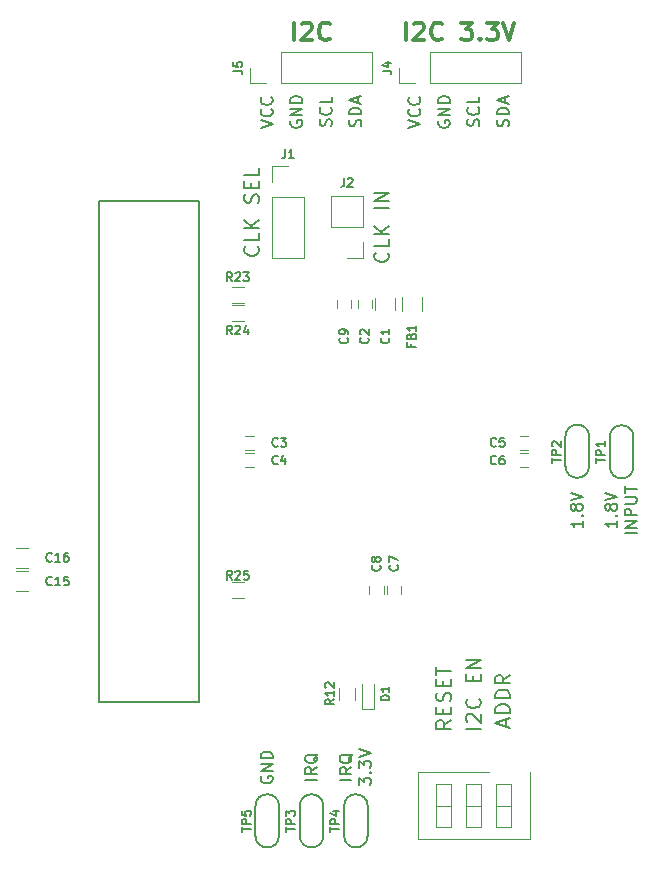
<source format=gto>
G04 #@! TF.FileFunction,Legend,Top*
%FSLAX46Y46*%
G04 Gerber Fmt 4.6, Leading zero omitted, Abs format (unit mm)*
G04 Created by KiCad (PCBNEW 4.0.7) date 09/10/18 12:16:13*
%MOMM*%
%LPD*%
G01*
G04 APERTURE LIST*
%ADD10C,0.100000*%
%ADD11C,0.200000*%
%ADD12C,0.150000*%
%ADD13C,0.300000*%
%ADD14C,0.127000*%
%ADD15C,0.120000*%
G04 APERTURE END LIST*
D10*
D11*
X95208333Y-95761905D02*
X95208333Y-95166667D01*
X95565476Y-95880952D02*
X94315476Y-95464286D01*
X95565476Y-95047619D01*
X95565476Y-94630952D02*
X94315476Y-94630952D01*
X94315476Y-94333333D01*
X94375000Y-94154761D01*
X94494048Y-94035714D01*
X94613095Y-93976190D01*
X94851190Y-93916666D01*
X95029762Y-93916666D01*
X95267857Y-93976190D01*
X95386905Y-94035714D01*
X95505952Y-94154761D01*
X95565476Y-94333333D01*
X95565476Y-94630952D01*
X95565476Y-93380952D02*
X94315476Y-93380952D01*
X94315476Y-93083333D01*
X94375000Y-92904761D01*
X94494048Y-92785714D01*
X94613095Y-92726190D01*
X94851190Y-92666666D01*
X95029762Y-92666666D01*
X95267857Y-92726190D01*
X95386905Y-92785714D01*
X95505952Y-92904761D01*
X95565476Y-93083333D01*
X95565476Y-93380952D01*
X95565476Y-91416666D02*
X94970238Y-91833333D01*
X95565476Y-92130952D02*
X94315476Y-92130952D01*
X94315476Y-91654761D01*
X94375000Y-91535714D01*
X94434524Y-91476190D01*
X94553571Y-91416666D01*
X94732143Y-91416666D01*
X94851190Y-91476190D01*
X94910714Y-91535714D01*
X94970238Y-91654761D01*
X94970238Y-92130952D01*
X93065476Y-95952381D02*
X91815476Y-95952381D01*
X91934524Y-95416667D02*
X91875000Y-95357143D01*
X91815476Y-95238095D01*
X91815476Y-94940476D01*
X91875000Y-94821429D01*
X91934524Y-94761905D01*
X92053571Y-94702381D01*
X92172619Y-94702381D01*
X92351190Y-94761905D01*
X93065476Y-95476191D01*
X93065476Y-94702381D01*
X92946429Y-93452381D02*
X93005952Y-93511905D01*
X93065476Y-93690476D01*
X93065476Y-93809524D01*
X93005952Y-93988096D01*
X92886905Y-94107143D01*
X92767857Y-94166667D01*
X92529762Y-94226191D01*
X92351190Y-94226191D01*
X92113095Y-94166667D01*
X91994048Y-94107143D01*
X91875000Y-93988096D01*
X91815476Y-93809524D01*
X91815476Y-93690476D01*
X91875000Y-93511905D01*
X91934524Y-93452381D01*
X92410714Y-91964286D02*
X92410714Y-91547619D01*
X93065476Y-91369048D02*
X93065476Y-91964286D01*
X91815476Y-91964286D01*
X91815476Y-91369048D01*
X93065476Y-90833334D02*
X91815476Y-90833334D01*
X93065476Y-90119048D01*
X91815476Y-90119048D01*
X90565476Y-95238095D02*
X89970238Y-95654762D01*
X90565476Y-95952381D02*
X89315476Y-95952381D01*
X89315476Y-95476190D01*
X89375000Y-95357143D01*
X89434524Y-95297619D01*
X89553571Y-95238095D01*
X89732143Y-95238095D01*
X89851190Y-95297619D01*
X89910714Y-95357143D01*
X89970238Y-95476190D01*
X89970238Y-95952381D01*
X89910714Y-94702381D02*
X89910714Y-94285714D01*
X90565476Y-94107143D02*
X90565476Y-94702381D01*
X89315476Y-94702381D01*
X89315476Y-94107143D01*
X90505952Y-93630953D02*
X90565476Y-93452381D01*
X90565476Y-93154762D01*
X90505952Y-93035715D01*
X90446429Y-92976191D01*
X90327381Y-92916667D01*
X90208333Y-92916667D01*
X90089286Y-92976191D01*
X90029762Y-93035715D01*
X89970238Y-93154762D01*
X89910714Y-93392858D01*
X89851190Y-93511905D01*
X89791667Y-93571429D01*
X89672619Y-93630953D01*
X89553571Y-93630953D01*
X89434524Y-93571429D01*
X89375000Y-93511905D01*
X89315476Y-93392858D01*
X89315476Y-93095238D01*
X89375000Y-92916667D01*
X89910714Y-92380953D02*
X89910714Y-91964286D01*
X90565476Y-91785715D02*
X90565476Y-92380953D01*
X89315476Y-92380953D01*
X89315476Y-91785715D01*
X89315476Y-91428572D02*
X89315476Y-90714287D01*
X90565476Y-91071430D02*
X89315476Y-91071430D01*
X85196429Y-55672619D02*
X85255952Y-55732143D01*
X85315476Y-55910714D01*
X85315476Y-56029762D01*
X85255952Y-56208334D01*
X85136905Y-56327381D01*
X85017857Y-56386905D01*
X84779762Y-56446429D01*
X84601190Y-56446429D01*
X84363095Y-56386905D01*
X84244048Y-56327381D01*
X84125000Y-56208334D01*
X84065476Y-56029762D01*
X84065476Y-55910714D01*
X84125000Y-55732143D01*
X84184524Y-55672619D01*
X85315476Y-54541667D02*
X85315476Y-55136905D01*
X84065476Y-55136905D01*
X85315476Y-54125000D02*
X84065476Y-54125000D01*
X85315476Y-53410714D02*
X84601190Y-53946429D01*
X84065476Y-53410714D02*
X84779762Y-54125000D01*
X85315476Y-51922619D02*
X84065476Y-51922619D01*
X85315476Y-51327381D02*
X84065476Y-51327381D01*
X85315476Y-50613095D01*
X84065476Y-50613095D01*
X74196429Y-55136904D02*
X74255952Y-55196428D01*
X74315476Y-55374999D01*
X74315476Y-55494047D01*
X74255952Y-55672619D01*
X74136905Y-55791666D01*
X74017857Y-55851190D01*
X73779762Y-55910714D01*
X73601190Y-55910714D01*
X73363095Y-55851190D01*
X73244048Y-55791666D01*
X73125000Y-55672619D01*
X73065476Y-55494047D01*
X73065476Y-55374999D01*
X73125000Y-55196428D01*
X73184524Y-55136904D01*
X74315476Y-54005952D02*
X74315476Y-54601190D01*
X73065476Y-54601190D01*
X74315476Y-53589285D02*
X73065476Y-53589285D01*
X74315476Y-52874999D02*
X73601190Y-53410714D01*
X73065476Y-52874999D02*
X73779762Y-53589285D01*
X74255952Y-51446428D02*
X74315476Y-51267856D01*
X74315476Y-50970237D01*
X74255952Y-50851190D01*
X74196429Y-50791666D01*
X74077381Y-50732142D01*
X73958333Y-50732142D01*
X73839286Y-50791666D01*
X73779762Y-50851190D01*
X73720238Y-50970237D01*
X73660714Y-51208333D01*
X73601190Y-51327380D01*
X73541667Y-51386904D01*
X73422619Y-51446428D01*
X73303571Y-51446428D01*
X73184524Y-51386904D01*
X73125000Y-51327380D01*
X73065476Y-51208333D01*
X73065476Y-50910713D01*
X73125000Y-50732142D01*
X73660714Y-50196428D02*
X73660714Y-49779761D01*
X74315476Y-49601190D02*
X74315476Y-50196428D01*
X73065476Y-50196428D01*
X73065476Y-49601190D01*
X74315476Y-48470238D02*
X74315476Y-49065476D01*
X73065476Y-49065476D01*
D12*
X89500000Y-44511904D02*
X89452381Y-44607142D01*
X89452381Y-44749999D01*
X89500000Y-44892857D01*
X89595238Y-44988095D01*
X89690476Y-45035714D01*
X89880952Y-45083333D01*
X90023810Y-45083333D01*
X90214286Y-45035714D01*
X90309524Y-44988095D01*
X90404762Y-44892857D01*
X90452381Y-44749999D01*
X90452381Y-44654761D01*
X90404762Y-44511904D01*
X90357143Y-44464285D01*
X90023810Y-44464285D01*
X90023810Y-44654761D01*
X90452381Y-44035714D02*
X89452381Y-44035714D01*
X90452381Y-43464285D01*
X89452381Y-43464285D01*
X90452381Y-42988095D02*
X89452381Y-42988095D01*
X89452381Y-42750000D01*
X89500000Y-42607142D01*
X89595238Y-42511904D01*
X89690476Y-42464285D01*
X89880952Y-42416666D01*
X90023810Y-42416666D01*
X90214286Y-42464285D01*
X90309524Y-42511904D01*
X90404762Y-42607142D01*
X90452381Y-42750000D01*
X90452381Y-42988095D01*
X86952381Y-45083333D02*
X87952381Y-44750000D01*
X86952381Y-44416666D01*
X87857143Y-43511904D02*
X87904762Y-43559523D01*
X87952381Y-43702380D01*
X87952381Y-43797618D01*
X87904762Y-43940476D01*
X87809524Y-44035714D01*
X87714286Y-44083333D01*
X87523810Y-44130952D01*
X87380952Y-44130952D01*
X87190476Y-44083333D01*
X87095238Y-44035714D01*
X87000000Y-43940476D01*
X86952381Y-43797618D01*
X86952381Y-43702380D01*
X87000000Y-43559523D01*
X87047619Y-43511904D01*
X87857143Y-42511904D02*
X87904762Y-42559523D01*
X87952381Y-42702380D01*
X87952381Y-42797618D01*
X87904762Y-42940476D01*
X87809524Y-43035714D01*
X87714286Y-43083333D01*
X87523810Y-43130952D01*
X87380952Y-43130952D01*
X87190476Y-43083333D01*
X87095238Y-43035714D01*
X87000000Y-42940476D01*
X86952381Y-42797618D01*
X86952381Y-42702380D01*
X87000000Y-42559523D01*
X87047619Y-42511904D01*
X92904762Y-44940476D02*
X92952381Y-44797619D01*
X92952381Y-44559523D01*
X92904762Y-44464285D01*
X92857143Y-44416666D01*
X92761905Y-44369047D01*
X92666667Y-44369047D01*
X92571429Y-44416666D01*
X92523810Y-44464285D01*
X92476190Y-44559523D01*
X92428571Y-44750000D01*
X92380952Y-44845238D01*
X92333333Y-44892857D01*
X92238095Y-44940476D01*
X92142857Y-44940476D01*
X92047619Y-44892857D01*
X92000000Y-44845238D01*
X91952381Y-44750000D01*
X91952381Y-44511904D01*
X92000000Y-44369047D01*
X92857143Y-43369047D02*
X92904762Y-43416666D01*
X92952381Y-43559523D01*
X92952381Y-43654761D01*
X92904762Y-43797619D01*
X92809524Y-43892857D01*
X92714286Y-43940476D01*
X92523810Y-43988095D01*
X92380952Y-43988095D01*
X92190476Y-43940476D01*
X92095238Y-43892857D01*
X92000000Y-43797619D01*
X91952381Y-43654761D01*
X91952381Y-43559523D01*
X92000000Y-43416666D01*
X92047619Y-43369047D01*
X92952381Y-42464285D02*
X92952381Y-42940476D01*
X91952381Y-42940476D01*
X95404762Y-44964286D02*
X95452381Y-44821429D01*
X95452381Y-44583333D01*
X95404762Y-44488095D01*
X95357143Y-44440476D01*
X95261905Y-44392857D01*
X95166667Y-44392857D01*
X95071429Y-44440476D01*
X95023810Y-44488095D01*
X94976190Y-44583333D01*
X94928571Y-44773810D01*
X94880952Y-44869048D01*
X94833333Y-44916667D01*
X94738095Y-44964286D01*
X94642857Y-44964286D01*
X94547619Y-44916667D01*
X94500000Y-44869048D01*
X94452381Y-44773810D01*
X94452381Y-44535714D01*
X94500000Y-44392857D01*
X95452381Y-43964286D02*
X94452381Y-43964286D01*
X94452381Y-43726191D01*
X94500000Y-43583333D01*
X94595238Y-43488095D01*
X94690476Y-43440476D01*
X94880952Y-43392857D01*
X95023810Y-43392857D01*
X95214286Y-43440476D01*
X95309524Y-43488095D01*
X95404762Y-43583333D01*
X95452381Y-43726191D01*
X95452381Y-43964286D01*
X95166667Y-43011905D02*
X95166667Y-42535714D01*
X95452381Y-43107143D02*
X94452381Y-42773810D01*
X95452381Y-42440476D01*
X82904762Y-44964286D02*
X82952381Y-44821429D01*
X82952381Y-44583333D01*
X82904762Y-44488095D01*
X82857143Y-44440476D01*
X82761905Y-44392857D01*
X82666667Y-44392857D01*
X82571429Y-44440476D01*
X82523810Y-44488095D01*
X82476190Y-44583333D01*
X82428571Y-44773810D01*
X82380952Y-44869048D01*
X82333333Y-44916667D01*
X82238095Y-44964286D01*
X82142857Y-44964286D01*
X82047619Y-44916667D01*
X82000000Y-44869048D01*
X81952381Y-44773810D01*
X81952381Y-44535714D01*
X82000000Y-44392857D01*
X82952381Y-43964286D02*
X81952381Y-43964286D01*
X81952381Y-43726191D01*
X82000000Y-43583333D01*
X82095238Y-43488095D01*
X82190476Y-43440476D01*
X82380952Y-43392857D01*
X82523810Y-43392857D01*
X82714286Y-43440476D01*
X82809524Y-43488095D01*
X82904762Y-43583333D01*
X82952381Y-43726191D01*
X82952381Y-43964286D01*
X82666667Y-43011905D02*
X82666667Y-42535714D01*
X82952381Y-43107143D02*
X81952381Y-42773810D01*
X82952381Y-42440476D01*
X80404762Y-44940476D02*
X80452381Y-44797619D01*
X80452381Y-44559523D01*
X80404762Y-44464285D01*
X80357143Y-44416666D01*
X80261905Y-44369047D01*
X80166667Y-44369047D01*
X80071429Y-44416666D01*
X80023810Y-44464285D01*
X79976190Y-44559523D01*
X79928571Y-44750000D01*
X79880952Y-44845238D01*
X79833333Y-44892857D01*
X79738095Y-44940476D01*
X79642857Y-44940476D01*
X79547619Y-44892857D01*
X79500000Y-44845238D01*
X79452381Y-44750000D01*
X79452381Y-44511904D01*
X79500000Y-44369047D01*
X80357143Y-43369047D02*
X80404762Y-43416666D01*
X80452381Y-43559523D01*
X80452381Y-43654761D01*
X80404762Y-43797619D01*
X80309524Y-43892857D01*
X80214286Y-43940476D01*
X80023810Y-43988095D01*
X79880952Y-43988095D01*
X79690476Y-43940476D01*
X79595238Y-43892857D01*
X79500000Y-43797619D01*
X79452381Y-43654761D01*
X79452381Y-43559523D01*
X79500000Y-43416666D01*
X79547619Y-43369047D01*
X80452381Y-42464285D02*
X80452381Y-42940476D01*
X79452381Y-42940476D01*
X77000000Y-44511904D02*
X76952381Y-44607142D01*
X76952381Y-44749999D01*
X77000000Y-44892857D01*
X77095238Y-44988095D01*
X77190476Y-45035714D01*
X77380952Y-45083333D01*
X77523810Y-45083333D01*
X77714286Y-45035714D01*
X77809524Y-44988095D01*
X77904762Y-44892857D01*
X77952381Y-44749999D01*
X77952381Y-44654761D01*
X77904762Y-44511904D01*
X77857143Y-44464285D01*
X77523810Y-44464285D01*
X77523810Y-44654761D01*
X77952381Y-44035714D02*
X76952381Y-44035714D01*
X77952381Y-43464285D01*
X76952381Y-43464285D01*
X77952381Y-42988095D02*
X76952381Y-42988095D01*
X76952381Y-42750000D01*
X77000000Y-42607142D01*
X77095238Y-42511904D01*
X77190476Y-42464285D01*
X77380952Y-42416666D01*
X77523810Y-42416666D01*
X77714286Y-42464285D01*
X77809524Y-42511904D01*
X77904762Y-42607142D01*
X77952381Y-42750000D01*
X77952381Y-42988095D01*
X74452381Y-45083333D02*
X75452381Y-44750000D01*
X74452381Y-44416666D01*
X75357143Y-43511904D02*
X75404762Y-43559523D01*
X75452381Y-43702380D01*
X75452381Y-43797618D01*
X75404762Y-43940476D01*
X75309524Y-44035714D01*
X75214286Y-44083333D01*
X75023810Y-44130952D01*
X74880952Y-44130952D01*
X74690476Y-44083333D01*
X74595238Y-44035714D01*
X74500000Y-43940476D01*
X74452381Y-43797618D01*
X74452381Y-43702380D01*
X74500000Y-43559523D01*
X74547619Y-43511904D01*
X75357143Y-42511904D02*
X75404762Y-42559523D01*
X75452381Y-42702380D01*
X75452381Y-42797618D01*
X75404762Y-42940476D01*
X75309524Y-43035714D01*
X75214286Y-43083333D01*
X75023810Y-43130952D01*
X74880952Y-43130952D01*
X74690476Y-43083333D01*
X74595238Y-43035714D01*
X74500000Y-42940476D01*
X74452381Y-42797618D01*
X74452381Y-42702380D01*
X74500000Y-42559523D01*
X74547619Y-42511904D01*
D13*
X86785715Y-37678571D02*
X86785715Y-36178571D01*
X87428572Y-36321429D02*
X87500001Y-36250000D01*
X87642858Y-36178571D01*
X88000001Y-36178571D01*
X88142858Y-36250000D01*
X88214287Y-36321429D01*
X88285715Y-36464286D01*
X88285715Y-36607143D01*
X88214287Y-36821429D01*
X87357144Y-37678571D01*
X88285715Y-37678571D01*
X89785715Y-37535714D02*
X89714286Y-37607143D01*
X89500000Y-37678571D01*
X89357143Y-37678571D01*
X89142858Y-37607143D01*
X89000000Y-37464286D01*
X88928572Y-37321429D01*
X88857143Y-37035714D01*
X88857143Y-36821429D01*
X88928572Y-36535714D01*
X89000000Y-36392857D01*
X89142858Y-36250000D01*
X89357143Y-36178571D01*
X89500000Y-36178571D01*
X89714286Y-36250000D01*
X89785715Y-36321429D01*
X91428572Y-36178571D02*
X92357143Y-36178571D01*
X91857143Y-36750000D01*
X92071429Y-36750000D01*
X92214286Y-36821429D01*
X92285715Y-36892857D01*
X92357143Y-37035714D01*
X92357143Y-37392857D01*
X92285715Y-37535714D01*
X92214286Y-37607143D01*
X92071429Y-37678571D01*
X91642857Y-37678571D01*
X91500000Y-37607143D01*
X91428572Y-37535714D01*
X93000000Y-37535714D02*
X93071428Y-37607143D01*
X93000000Y-37678571D01*
X92928571Y-37607143D01*
X93000000Y-37535714D01*
X93000000Y-37678571D01*
X93571429Y-36178571D02*
X94500000Y-36178571D01*
X94000000Y-36750000D01*
X94214286Y-36750000D01*
X94357143Y-36821429D01*
X94428572Y-36892857D01*
X94500000Y-37035714D01*
X94500000Y-37392857D01*
X94428572Y-37535714D01*
X94357143Y-37607143D01*
X94214286Y-37678571D01*
X93785714Y-37678571D01*
X93642857Y-37607143D01*
X93571429Y-37535714D01*
X94928571Y-36178571D02*
X95428571Y-37678571D01*
X95928571Y-36178571D01*
X77285715Y-37678571D02*
X77285715Y-36178571D01*
X77928572Y-36321429D02*
X78000001Y-36250000D01*
X78142858Y-36178571D01*
X78500001Y-36178571D01*
X78642858Y-36250000D01*
X78714287Y-36321429D01*
X78785715Y-36464286D01*
X78785715Y-36607143D01*
X78714287Y-36821429D01*
X77857144Y-37678571D01*
X78785715Y-37678571D01*
X80285715Y-37535714D02*
X80214286Y-37607143D01*
X80000000Y-37678571D01*
X79857143Y-37678571D01*
X79642858Y-37607143D01*
X79500000Y-37464286D01*
X79428572Y-37321429D01*
X79357143Y-37035714D01*
X79357143Y-36821429D01*
X79428572Y-36535714D01*
X79500000Y-36392857D01*
X79642858Y-36250000D01*
X79857143Y-36178571D01*
X80000000Y-36178571D01*
X80214286Y-36250000D01*
X80285715Y-36321429D01*
D12*
X104627381Y-78357142D02*
X104627381Y-78928571D01*
X104627381Y-78642857D02*
X103627381Y-78642857D01*
X103770238Y-78738095D01*
X103865476Y-78833333D01*
X103913095Y-78928571D01*
X104532143Y-77928571D02*
X104579762Y-77880952D01*
X104627381Y-77928571D01*
X104579762Y-77976190D01*
X104532143Y-77928571D01*
X104627381Y-77928571D01*
X104055952Y-77309524D02*
X104008333Y-77404762D01*
X103960714Y-77452381D01*
X103865476Y-77500000D01*
X103817857Y-77500000D01*
X103722619Y-77452381D01*
X103675000Y-77404762D01*
X103627381Y-77309524D01*
X103627381Y-77119047D01*
X103675000Y-77023809D01*
X103722619Y-76976190D01*
X103817857Y-76928571D01*
X103865476Y-76928571D01*
X103960714Y-76976190D01*
X104008333Y-77023809D01*
X104055952Y-77119047D01*
X104055952Y-77309524D01*
X104103571Y-77404762D01*
X104151190Y-77452381D01*
X104246429Y-77500000D01*
X104436905Y-77500000D01*
X104532143Y-77452381D01*
X104579762Y-77404762D01*
X104627381Y-77309524D01*
X104627381Y-77119047D01*
X104579762Y-77023809D01*
X104532143Y-76976190D01*
X104436905Y-76928571D01*
X104246429Y-76928571D01*
X104151190Y-76976190D01*
X104103571Y-77023809D01*
X104055952Y-77119047D01*
X103627381Y-76642857D02*
X104627381Y-76309524D01*
X103627381Y-75976190D01*
X106277381Y-79428571D02*
X105277381Y-79428571D01*
X106277381Y-78952381D02*
X105277381Y-78952381D01*
X106277381Y-78380952D01*
X105277381Y-78380952D01*
X106277381Y-77904762D02*
X105277381Y-77904762D01*
X105277381Y-77523809D01*
X105325000Y-77428571D01*
X105372619Y-77380952D01*
X105467857Y-77333333D01*
X105610714Y-77333333D01*
X105705952Y-77380952D01*
X105753571Y-77428571D01*
X105801190Y-77523809D01*
X105801190Y-77904762D01*
X105277381Y-76904762D02*
X106086905Y-76904762D01*
X106182143Y-76857143D01*
X106229762Y-76809524D01*
X106277381Y-76714286D01*
X106277381Y-76523809D01*
X106229762Y-76428571D01*
X106182143Y-76380952D01*
X106086905Y-76333333D01*
X105277381Y-76333333D01*
X105277381Y-76000000D02*
X105277381Y-75428571D01*
X106277381Y-75714286D02*
X105277381Y-75714286D01*
X101702381Y-78357142D02*
X101702381Y-78928571D01*
X101702381Y-78642857D02*
X100702381Y-78642857D01*
X100845238Y-78738095D01*
X100940476Y-78833333D01*
X100988095Y-78928571D01*
X101607143Y-77928571D02*
X101654762Y-77880952D01*
X101702381Y-77928571D01*
X101654762Y-77976190D01*
X101607143Y-77928571D01*
X101702381Y-77928571D01*
X101130952Y-77309524D02*
X101083333Y-77404762D01*
X101035714Y-77452381D01*
X100940476Y-77500000D01*
X100892857Y-77500000D01*
X100797619Y-77452381D01*
X100750000Y-77404762D01*
X100702381Y-77309524D01*
X100702381Y-77119047D01*
X100750000Y-77023809D01*
X100797619Y-76976190D01*
X100892857Y-76928571D01*
X100940476Y-76928571D01*
X101035714Y-76976190D01*
X101083333Y-77023809D01*
X101130952Y-77119047D01*
X101130952Y-77309524D01*
X101178571Y-77404762D01*
X101226190Y-77452381D01*
X101321429Y-77500000D01*
X101511905Y-77500000D01*
X101607143Y-77452381D01*
X101654762Y-77404762D01*
X101702381Y-77309524D01*
X101702381Y-77119047D01*
X101654762Y-77023809D01*
X101607143Y-76976190D01*
X101511905Y-76928571D01*
X101321429Y-76928571D01*
X101226190Y-76976190D01*
X101178571Y-77023809D01*
X101130952Y-77119047D01*
X100702381Y-76642857D02*
X101702381Y-76309524D01*
X100702381Y-75976190D01*
X82127381Y-100273809D02*
X81127381Y-100273809D01*
X82127381Y-99226190D02*
X81651190Y-99559524D01*
X82127381Y-99797619D02*
X81127381Y-99797619D01*
X81127381Y-99416666D01*
X81175000Y-99321428D01*
X81222619Y-99273809D01*
X81317857Y-99226190D01*
X81460714Y-99226190D01*
X81555952Y-99273809D01*
X81603571Y-99321428D01*
X81651190Y-99416666D01*
X81651190Y-99797619D01*
X82222619Y-98130952D02*
X82175000Y-98226190D01*
X82079762Y-98321428D01*
X81936905Y-98464285D01*
X81889286Y-98559524D01*
X81889286Y-98654762D01*
X82127381Y-98607143D02*
X82079762Y-98702381D01*
X81984524Y-98797619D01*
X81794048Y-98845238D01*
X81460714Y-98845238D01*
X81270238Y-98797619D01*
X81175000Y-98702381D01*
X81127381Y-98607143D01*
X81127381Y-98416666D01*
X81175000Y-98321428D01*
X81270238Y-98226190D01*
X81460714Y-98178571D01*
X81794048Y-98178571D01*
X81984524Y-98226190D01*
X82079762Y-98321428D01*
X82127381Y-98416666D01*
X82127381Y-98607143D01*
X82777381Y-100726190D02*
X82777381Y-100107142D01*
X83158333Y-100440476D01*
X83158333Y-100297618D01*
X83205952Y-100202380D01*
X83253571Y-100154761D01*
X83348810Y-100107142D01*
X83586905Y-100107142D01*
X83682143Y-100154761D01*
X83729762Y-100202380D01*
X83777381Y-100297618D01*
X83777381Y-100583333D01*
X83729762Y-100678571D01*
X83682143Y-100726190D01*
X83682143Y-99678571D02*
X83729762Y-99630952D01*
X83777381Y-99678571D01*
X83729762Y-99726190D01*
X83682143Y-99678571D01*
X83777381Y-99678571D01*
X82777381Y-99297619D02*
X82777381Y-98678571D01*
X83158333Y-99011905D01*
X83158333Y-98869047D01*
X83205952Y-98773809D01*
X83253571Y-98726190D01*
X83348810Y-98678571D01*
X83586905Y-98678571D01*
X83682143Y-98726190D01*
X83729762Y-98773809D01*
X83777381Y-98869047D01*
X83777381Y-99154762D01*
X83729762Y-99250000D01*
X83682143Y-99297619D01*
X82777381Y-98392857D02*
X83777381Y-98059524D01*
X82777381Y-97726190D01*
X79202381Y-100273809D02*
X78202381Y-100273809D01*
X79202381Y-99226190D02*
X78726190Y-99559524D01*
X79202381Y-99797619D02*
X78202381Y-99797619D01*
X78202381Y-99416666D01*
X78250000Y-99321428D01*
X78297619Y-99273809D01*
X78392857Y-99226190D01*
X78535714Y-99226190D01*
X78630952Y-99273809D01*
X78678571Y-99321428D01*
X78726190Y-99416666D01*
X78726190Y-99797619D01*
X79297619Y-98130952D02*
X79250000Y-98226190D01*
X79154762Y-98321428D01*
X79011905Y-98464285D01*
X78964286Y-98559524D01*
X78964286Y-98654762D01*
X79202381Y-98607143D02*
X79154762Y-98702381D01*
X79059524Y-98797619D01*
X78869048Y-98845238D01*
X78535714Y-98845238D01*
X78345238Y-98797619D01*
X78250000Y-98702381D01*
X78202381Y-98607143D01*
X78202381Y-98416666D01*
X78250000Y-98321428D01*
X78345238Y-98226190D01*
X78535714Y-98178571D01*
X78869048Y-98178571D01*
X79059524Y-98226190D01*
X79154762Y-98321428D01*
X79202381Y-98416666D01*
X79202381Y-98607143D01*
X74500000Y-100011904D02*
X74452381Y-100107142D01*
X74452381Y-100249999D01*
X74500000Y-100392857D01*
X74595238Y-100488095D01*
X74690476Y-100535714D01*
X74880952Y-100583333D01*
X75023810Y-100583333D01*
X75214286Y-100535714D01*
X75309524Y-100488095D01*
X75404762Y-100392857D01*
X75452381Y-100249999D01*
X75452381Y-100154761D01*
X75404762Y-100011904D01*
X75357143Y-99964285D01*
X75023810Y-99964285D01*
X75023810Y-100154761D01*
X75452381Y-99535714D02*
X74452381Y-99535714D01*
X75452381Y-98964285D01*
X74452381Y-98964285D01*
X75452381Y-98488095D02*
X74452381Y-98488095D01*
X74452381Y-98250000D01*
X74500000Y-98107142D01*
X74595238Y-98011904D01*
X74690476Y-97964285D01*
X74880952Y-97916666D01*
X75023810Y-97916666D01*
X75214286Y-97964285D01*
X75309524Y-98011904D01*
X75404762Y-98107142D01*
X75452381Y-98250000D01*
X75452381Y-98488095D01*
D14*
X69249420Y-51301160D02*
X69249420Y-93698840D01*
X69249420Y-93698840D02*
X60750580Y-93698840D01*
X60750580Y-93698840D02*
X60750580Y-51301160D01*
X60750580Y-51301160D02*
X69249420Y-51301160D01*
D15*
X84150000Y-59500000D02*
X84150000Y-60500000D01*
X85850000Y-60500000D02*
X85850000Y-59500000D01*
X82650000Y-60350000D02*
X82650000Y-59650000D01*
X83850000Y-59650000D02*
X83850000Y-60350000D01*
X73850000Y-72350000D02*
X73150000Y-72350000D01*
X73150000Y-71150000D02*
X73850000Y-71150000D01*
X73850000Y-73850000D02*
X73150000Y-73850000D01*
X73150000Y-72650000D02*
X73850000Y-72650000D01*
X96400000Y-71150000D02*
X97100000Y-71150000D01*
X97100000Y-72350000D02*
X96400000Y-72350000D01*
X96400000Y-72650000D02*
X97100000Y-72650000D01*
X97100000Y-73850000D02*
X96400000Y-73850000D01*
X86350000Y-83900000D02*
X86350000Y-84600000D01*
X85150000Y-84600000D02*
X85150000Y-83900000D01*
X84850000Y-83900000D02*
X84850000Y-84600000D01*
X83650000Y-84600000D02*
X83650000Y-83900000D01*
X80900000Y-60350000D02*
X80900000Y-59650000D01*
X82100000Y-59650000D02*
X82100000Y-60350000D01*
X53750000Y-84350000D02*
X54750000Y-84350000D01*
X54750000Y-82650000D02*
X53750000Y-82650000D01*
X53750000Y-82350000D02*
X54750000Y-82350000D01*
X54750000Y-80650000D02*
X53750000Y-80650000D01*
X83000000Y-94300000D02*
X84000000Y-94300000D01*
X84000000Y-94300000D02*
X84000000Y-92200000D01*
X83000000Y-94300000D02*
X83000000Y-92200000D01*
X86370000Y-60600000D02*
X86370000Y-59400000D01*
X88130000Y-59400000D02*
X88130000Y-60600000D01*
X75420000Y-50940000D02*
X75420000Y-56080000D01*
X75420000Y-56080000D02*
X78080000Y-56080000D01*
X78080000Y-56080000D02*
X78080000Y-50940000D01*
X78080000Y-50940000D02*
X75420000Y-50940000D01*
X75420000Y-49670000D02*
X75420000Y-48340000D01*
X75420000Y-48340000D02*
X76750000Y-48340000D01*
X83080000Y-53480000D02*
X83080000Y-50880000D01*
X83080000Y-50880000D02*
X80420000Y-50880000D01*
X80420000Y-50880000D02*
X80420000Y-53480000D01*
X80420000Y-53480000D02*
X83080000Y-53480000D01*
X83080000Y-54750000D02*
X83080000Y-56080000D01*
X83080000Y-56080000D02*
X81750000Y-56080000D01*
X97210000Y-99655000D02*
X97210000Y-105345000D01*
X97210000Y-105345000D02*
X87790000Y-105345000D01*
X87790000Y-105345000D02*
X87790000Y-99655000D01*
X87790000Y-99655000D02*
X93770000Y-99655000D01*
X95675000Y-100690000D02*
X94405000Y-100690000D01*
X94405000Y-100690000D02*
X94405000Y-104310000D01*
X94405000Y-104310000D02*
X95675000Y-104310000D01*
X95675000Y-104310000D02*
X95675000Y-100690000D01*
X95675000Y-102500000D02*
X94405000Y-102500000D01*
X93135000Y-100690000D02*
X91865000Y-100690000D01*
X91865000Y-100690000D02*
X91865000Y-104310000D01*
X91865000Y-104310000D02*
X93135000Y-104310000D01*
X93135000Y-104310000D02*
X93135000Y-100690000D01*
X93135000Y-102500000D02*
X91865000Y-102500000D01*
X90595000Y-100690000D02*
X89325000Y-100690000D01*
X89325000Y-100690000D02*
X89325000Y-104310000D01*
X89325000Y-104310000D02*
X90595000Y-104310000D01*
X90595000Y-104310000D02*
X90595000Y-100690000D01*
X90595000Y-102500000D02*
X89325000Y-102500000D01*
X88770000Y-41330000D02*
X96450000Y-41330000D01*
X96450000Y-41330000D02*
X96450000Y-38670000D01*
X96450000Y-38670000D02*
X88770000Y-38670000D01*
X88770000Y-38670000D02*
X88770000Y-41330000D01*
X87500000Y-41330000D02*
X86170000Y-41330000D01*
X86170000Y-41330000D02*
X86170000Y-40000000D01*
X76150000Y-41330000D02*
X83830000Y-41330000D01*
X83830000Y-41330000D02*
X83830000Y-38670000D01*
X83830000Y-38670000D02*
X76150000Y-38670000D01*
X76150000Y-38670000D02*
X76150000Y-41330000D01*
X74880000Y-41330000D02*
X73550000Y-41330000D01*
X73550000Y-41330000D02*
X73550000Y-40000000D01*
D12*
X106000000Y-71270000D02*
X106000000Y-73770000D01*
X104000000Y-71270000D02*
X104000000Y-73770000D01*
X106000000Y-71270000D02*
G75*
G03X104000000Y-71270000I-1000000J0D01*
G01*
X104000000Y-73770000D02*
G75*
G03X106000000Y-73770000I1000000J0D01*
G01*
X102250000Y-71230000D02*
X102250000Y-73730000D01*
X100250000Y-71230000D02*
X100250000Y-73730000D01*
X102250000Y-71230000D02*
G75*
G03X100250000Y-71230000I-1000000J0D01*
G01*
X100250000Y-73730000D02*
G75*
G03X102250000Y-73730000I1000000J0D01*
G01*
X79750000Y-102520000D02*
X79750000Y-105020000D01*
X77750000Y-102520000D02*
X77750000Y-105020000D01*
X79750000Y-102520000D02*
G75*
G03X77750000Y-102520000I-1000000J0D01*
G01*
X77750000Y-105020000D02*
G75*
G03X79750000Y-105020000I1000000J0D01*
G01*
X83500000Y-102520000D02*
X83500000Y-105020000D01*
X81500000Y-102520000D02*
X81500000Y-105020000D01*
X83500000Y-102520000D02*
G75*
G03X81500000Y-102520000I-1000000J0D01*
G01*
X81500000Y-105020000D02*
G75*
G03X83500000Y-105020000I1000000J0D01*
G01*
D15*
X73000000Y-59930000D02*
X72000000Y-59930000D01*
X72000000Y-58570000D02*
X73000000Y-58570000D01*
X72000000Y-60070000D02*
X73000000Y-60070000D01*
X73000000Y-61430000D02*
X72000000Y-61430000D01*
X73000000Y-84930000D02*
X72000000Y-84930000D01*
X72000000Y-83570000D02*
X73000000Y-83570000D01*
X82430000Y-92500000D02*
X82430000Y-93500000D01*
X81070000Y-93500000D02*
X81070000Y-92500000D01*
D12*
X76000000Y-102520000D02*
X76000000Y-105020000D01*
X74000000Y-102520000D02*
X74000000Y-105020000D01*
X76000000Y-102520000D02*
G75*
G03X74000000Y-102520000I-1000000J0D01*
G01*
X74000000Y-105020000D02*
G75*
G03X76000000Y-105020000I1000000J0D01*
G01*
X85267857Y-62875000D02*
X85303571Y-62910714D01*
X85339286Y-63017857D01*
X85339286Y-63089286D01*
X85303571Y-63196429D01*
X85232143Y-63267857D01*
X85160714Y-63303572D01*
X85017857Y-63339286D01*
X84910714Y-63339286D01*
X84767857Y-63303572D01*
X84696429Y-63267857D01*
X84625000Y-63196429D01*
X84589286Y-63089286D01*
X84589286Y-63017857D01*
X84625000Y-62910714D01*
X84660714Y-62875000D01*
X85339286Y-62160714D02*
X85339286Y-62589286D01*
X85339286Y-62375000D02*
X84589286Y-62375000D01*
X84696429Y-62446429D01*
X84767857Y-62517857D01*
X84803571Y-62589286D01*
X83517857Y-62875000D02*
X83553571Y-62910714D01*
X83589286Y-63017857D01*
X83589286Y-63089286D01*
X83553571Y-63196429D01*
X83482143Y-63267857D01*
X83410714Y-63303572D01*
X83267857Y-63339286D01*
X83160714Y-63339286D01*
X83017857Y-63303572D01*
X82946429Y-63267857D01*
X82875000Y-63196429D01*
X82839286Y-63089286D01*
X82839286Y-63017857D01*
X82875000Y-62910714D01*
X82910714Y-62875000D01*
X82910714Y-62589286D02*
X82875000Y-62553572D01*
X82839286Y-62482143D01*
X82839286Y-62303572D01*
X82875000Y-62232143D01*
X82910714Y-62196429D01*
X82982143Y-62160714D01*
X83053571Y-62160714D01*
X83160714Y-62196429D01*
X83589286Y-62625000D01*
X83589286Y-62160714D01*
X75875000Y-72017857D02*
X75839286Y-72053571D01*
X75732143Y-72089286D01*
X75660714Y-72089286D01*
X75553571Y-72053571D01*
X75482143Y-71982143D01*
X75446428Y-71910714D01*
X75410714Y-71767857D01*
X75410714Y-71660714D01*
X75446428Y-71517857D01*
X75482143Y-71446429D01*
X75553571Y-71375000D01*
X75660714Y-71339286D01*
X75732143Y-71339286D01*
X75839286Y-71375000D01*
X75875000Y-71410714D01*
X76125000Y-71339286D02*
X76589286Y-71339286D01*
X76339286Y-71625000D01*
X76446428Y-71625000D01*
X76517857Y-71660714D01*
X76553571Y-71696429D01*
X76589286Y-71767857D01*
X76589286Y-71946429D01*
X76553571Y-72017857D01*
X76517857Y-72053571D01*
X76446428Y-72089286D01*
X76232143Y-72089286D01*
X76160714Y-72053571D01*
X76125000Y-72017857D01*
X75875000Y-73517857D02*
X75839286Y-73553571D01*
X75732143Y-73589286D01*
X75660714Y-73589286D01*
X75553571Y-73553571D01*
X75482143Y-73482143D01*
X75446428Y-73410714D01*
X75410714Y-73267857D01*
X75410714Y-73160714D01*
X75446428Y-73017857D01*
X75482143Y-72946429D01*
X75553571Y-72875000D01*
X75660714Y-72839286D01*
X75732143Y-72839286D01*
X75839286Y-72875000D01*
X75875000Y-72910714D01*
X76517857Y-73089286D02*
X76517857Y-73589286D01*
X76339286Y-72803571D02*
X76160714Y-73339286D01*
X76625000Y-73339286D01*
X94375000Y-72017857D02*
X94339286Y-72053571D01*
X94232143Y-72089286D01*
X94160714Y-72089286D01*
X94053571Y-72053571D01*
X93982143Y-71982143D01*
X93946428Y-71910714D01*
X93910714Y-71767857D01*
X93910714Y-71660714D01*
X93946428Y-71517857D01*
X93982143Y-71446429D01*
X94053571Y-71375000D01*
X94160714Y-71339286D01*
X94232143Y-71339286D01*
X94339286Y-71375000D01*
X94375000Y-71410714D01*
X95053571Y-71339286D02*
X94696428Y-71339286D01*
X94660714Y-71696429D01*
X94696428Y-71660714D01*
X94767857Y-71625000D01*
X94946428Y-71625000D01*
X95017857Y-71660714D01*
X95053571Y-71696429D01*
X95089286Y-71767857D01*
X95089286Y-71946429D01*
X95053571Y-72017857D01*
X95017857Y-72053571D01*
X94946428Y-72089286D01*
X94767857Y-72089286D01*
X94696428Y-72053571D01*
X94660714Y-72017857D01*
X94375000Y-73517857D02*
X94339286Y-73553571D01*
X94232143Y-73589286D01*
X94160714Y-73589286D01*
X94053571Y-73553571D01*
X93982143Y-73482143D01*
X93946428Y-73410714D01*
X93910714Y-73267857D01*
X93910714Y-73160714D01*
X93946428Y-73017857D01*
X93982143Y-72946429D01*
X94053571Y-72875000D01*
X94160714Y-72839286D01*
X94232143Y-72839286D01*
X94339286Y-72875000D01*
X94375000Y-72910714D01*
X95017857Y-72839286D02*
X94875000Y-72839286D01*
X94803571Y-72875000D01*
X94767857Y-72910714D01*
X94696428Y-73017857D01*
X94660714Y-73160714D01*
X94660714Y-73446429D01*
X94696428Y-73517857D01*
X94732143Y-73553571D01*
X94803571Y-73589286D01*
X94946428Y-73589286D01*
X95017857Y-73553571D01*
X95053571Y-73517857D01*
X95089286Y-73446429D01*
X95089286Y-73267857D01*
X95053571Y-73196429D01*
X95017857Y-73160714D01*
X94946428Y-73125000D01*
X94803571Y-73125000D01*
X94732143Y-73160714D01*
X94696428Y-73196429D01*
X94660714Y-73267857D01*
X86017857Y-82125000D02*
X86053571Y-82160714D01*
X86089286Y-82267857D01*
X86089286Y-82339286D01*
X86053571Y-82446429D01*
X85982143Y-82517857D01*
X85910714Y-82553572D01*
X85767857Y-82589286D01*
X85660714Y-82589286D01*
X85517857Y-82553572D01*
X85446429Y-82517857D01*
X85375000Y-82446429D01*
X85339286Y-82339286D01*
X85339286Y-82267857D01*
X85375000Y-82160714D01*
X85410714Y-82125000D01*
X85339286Y-81875000D02*
X85339286Y-81375000D01*
X86089286Y-81696429D01*
X84517857Y-82125000D02*
X84553571Y-82160714D01*
X84589286Y-82267857D01*
X84589286Y-82339286D01*
X84553571Y-82446429D01*
X84482143Y-82517857D01*
X84410714Y-82553572D01*
X84267857Y-82589286D01*
X84160714Y-82589286D01*
X84017857Y-82553572D01*
X83946429Y-82517857D01*
X83875000Y-82446429D01*
X83839286Y-82339286D01*
X83839286Y-82267857D01*
X83875000Y-82160714D01*
X83910714Y-82125000D01*
X84160714Y-81696429D02*
X84125000Y-81767857D01*
X84089286Y-81803572D01*
X84017857Y-81839286D01*
X83982143Y-81839286D01*
X83910714Y-81803572D01*
X83875000Y-81767857D01*
X83839286Y-81696429D01*
X83839286Y-81553572D01*
X83875000Y-81482143D01*
X83910714Y-81446429D01*
X83982143Y-81410714D01*
X84017857Y-81410714D01*
X84089286Y-81446429D01*
X84125000Y-81482143D01*
X84160714Y-81553572D01*
X84160714Y-81696429D01*
X84196429Y-81767857D01*
X84232143Y-81803572D01*
X84303571Y-81839286D01*
X84446429Y-81839286D01*
X84517857Y-81803572D01*
X84553571Y-81767857D01*
X84589286Y-81696429D01*
X84589286Y-81553572D01*
X84553571Y-81482143D01*
X84517857Y-81446429D01*
X84446429Y-81410714D01*
X84303571Y-81410714D01*
X84232143Y-81446429D01*
X84196429Y-81482143D01*
X84160714Y-81553572D01*
X81767857Y-62875000D02*
X81803571Y-62910714D01*
X81839286Y-63017857D01*
X81839286Y-63089286D01*
X81803571Y-63196429D01*
X81732143Y-63267857D01*
X81660714Y-63303572D01*
X81517857Y-63339286D01*
X81410714Y-63339286D01*
X81267857Y-63303572D01*
X81196429Y-63267857D01*
X81125000Y-63196429D01*
X81089286Y-63089286D01*
X81089286Y-63017857D01*
X81125000Y-62910714D01*
X81160714Y-62875000D01*
X81839286Y-62517857D02*
X81839286Y-62375000D01*
X81803571Y-62303572D01*
X81767857Y-62267857D01*
X81660714Y-62196429D01*
X81517857Y-62160714D01*
X81232143Y-62160714D01*
X81160714Y-62196429D01*
X81125000Y-62232143D01*
X81089286Y-62303572D01*
X81089286Y-62446429D01*
X81125000Y-62517857D01*
X81160714Y-62553572D01*
X81232143Y-62589286D01*
X81410714Y-62589286D01*
X81482143Y-62553572D01*
X81517857Y-62517857D01*
X81553571Y-62446429D01*
X81553571Y-62303572D01*
X81517857Y-62232143D01*
X81482143Y-62196429D01*
X81410714Y-62160714D01*
X56767857Y-83767857D02*
X56732143Y-83803571D01*
X56625000Y-83839286D01*
X56553571Y-83839286D01*
X56446428Y-83803571D01*
X56375000Y-83732143D01*
X56339285Y-83660714D01*
X56303571Y-83517857D01*
X56303571Y-83410714D01*
X56339285Y-83267857D01*
X56375000Y-83196429D01*
X56446428Y-83125000D01*
X56553571Y-83089286D01*
X56625000Y-83089286D01*
X56732143Y-83125000D01*
X56767857Y-83160714D01*
X57482143Y-83839286D02*
X57053571Y-83839286D01*
X57267857Y-83839286D02*
X57267857Y-83089286D01*
X57196428Y-83196429D01*
X57125000Y-83267857D01*
X57053571Y-83303571D01*
X58160714Y-83089286D02*
X57803571Y-83089286D01*
X57767857Y-83446429D01*
X57803571Y-83410714D01*
X57875000Y-83375000D01*
X58053571Y-83375000D01*
X58125000Y-83410714D01*
X58160714Y-83446429D01*
X58196429Y-83517857D01*
X58196429Y-83696429D01*
X58160714Y-83767857D01*
X58125000Y-83803571D01*
X58053571Y-83839286D01*
X57875000Y-83839286D01*
X57803571Y-83803571D01*
X57767857Y-83767857D01*
X56767857Y-81767857D02*
X56732143Y-81803571D01*
X56625000Y-81839286D01*
X56553571Y-81839286D01*
X56446428Y-81803571D01*
X56375000Y-81732143D01*
X56339285Y-81660714D01*
X56303571Y-81517857D01*
X56303571Y-81410714D01*
X56339285Y-81267857D01*
X56375000Y-81196429D01*
X56446428Y-81125000D01*
X56553571Y-81089286D01*
X56625000Y-81089286D01*
X56732143Y-81125000D01*
X56767857Y-81160714D01*
X57482143Y-81839286D02*
X57053571Y-81839286D01*
X57267857Y-81839286D02*
X57267857Y-81089286D01*
X57196428Y-81196429D01*
X57125000Y-81267857D01*
X57053571Y-81303571D01*
X58125000Y-81089286D02*
X57982143Y-81089286D01*
X57910714Y-81125000D01*
X57875000Y-81160714D01*
X57803571Y-81267857D01*
X57767857Y-81410714D01*
X57767857Y-81696429D01*
X57803571Y-81767857D01*
X57839286Y-81803571D01*
X57910714Y-81839286D01*
X58053571Y-81839286D01*
X58125000Y-81803571D01*
X58160714Y-81767857D01*
X58196429Y-81696429D01*
X58196429Y-81517857D01*
X58160714Y-81446429D01*
X58125000Y-81410714D01*
X58053571Y-81375000D01*
X57910714Y-81375000D01*
X57839286Y-81410714D01*
X57803571Y-81446429D01*
X57767857Y-81517857D01*
X85339286Y-93553572D02*
X84589286Y-93553572D01*
X84589286Y-93375000D01*
X84625000Y-93267857D01*
X84696429Y-93196429D01*
X84767857Y-93160714D01*
X84910714Y-93125000D01*
X85017857Y-93125000D01*
X85160714Y-93160714D01*
X85232143Y-93196429D01*
X85303571Y-93267857D01*
X85339286Y-93375000D01*
X85339286Y-93553572D01*
X85339286Y-92410714D02*
X85339286Y-92839286D01*
X85339286Y-92625000D02*
X84589286Y-92625000D01*
X84696429Y-92696429D01*
X84767857Y-92767857D01*
X84803571Y-92839286D01*
X87196429Y-63375000D02*
X87196429Y-63625000D01*
X87589286Y-63625000D02*
X86839286Y-63625000D01*
X86839286Y-63267857D01*
X87196429Y-62732143D02*
X87232143Y-62625000D01*
X87267857Y-62589285D01*
X87339286Y-62553571D01*
X87446429Y-62553571D01*
X87517857Y-62589285D01*
X87553571Y-62625000D01*
X87589286Y-62696428D01*
X87589286Y-62982143D01*
X86839286Y-62982143D01*
X86839286Y-62732143D01*
X86875000Y-62660714D01*
X86910714Y-62625000D01*
X86982143Y-62589285D01*
X87053571Y-62589285D01*
X87125000Y-62625000D01*
X87160714Y-62660714D01*
X87196429Y-62732143D01*
X87196429Y-62982143D01*
X87589286Y-61839285D02*
X87589286Y-62267857D01*
X87589286Y-62053571D02*
X86839286Y-62053571D01*
X86946429Y-62125000D01*
X87017857Y-62196428D01*
X87053571Y-62267857D01*
X76500000Y-46929286D02*
X76500000Y-47465000D01*
X76464286Y-47572143D01*
X76392857Y-47643571D01*
X76285714Y-47679286D01*
X76214286Y-47679286D01*
X77250001Y-47679286D02*
X76821429Y-47679286D01*
X77035715Y-47679286D02*
X77035715Y-46929286D01*
X76964286Y-47036429D01*
X76892858Y-47107857D01*
X76821429Y-47143571D01*
X81500000Y-49339286D02*
X81500000Y-49875000D01*
X81464286Y-49982143D01*
X81392857Y-50053571D01*
X81285714Y-50089286D01*
X81214286Y-50089286D01*
X81821429Y-49410714D02*
X81857143Y-49375000D01*
X81928572Y-49339286D01*
X82107143Y-49339286D01*
X82178572Y-49375000D01*
X82214286Y-49410714D01*
X82250001Y-49482143D01*
X82250001Y-49553571D01*
X82214286Y-49660714D01*
X81785715Y-50089286D01*
X82250001Y-50089286D01*
X84759286Y-40250000D02*
X85295000Y-40250000D01*
X85402143Y-40285714D01*
X85473571Y-40357143D01*
X85509286Y-40464286D01*
X85509286Y-40535714D01*
X85009286Y-39571428D02*
X85509286Y-39571428D01*
X84723571Y-39749999D02*
X85259286Y-39928571D01*
X85259286Y-39464285D01*
X72139286Y-40250000D02*
X72675000Y-40250000D01*
X72782143Y-40285714D01*
X72853571Y-40357143D01*
X72889286Y-40464286D01*
X72889286Y-40535714D01*
X72139286Y-39535714D02*
X72139286Y-39892857D01*
X72496429Y-39928571D01*
X72460714Y-39892857D01*
X72425000Y-39821428D01*
X72425000Y-39642857D01*
X72460714Y-39571428D01*
X72496429Y-39535714D01*
X72567857Y-39499999D01*
X72746429Y-39499999D01*
X72817857Y-39535714D01*
X72853571Y-39571428D01*
X72889286Y-39642857D01*
X72889286Y-39821428D01*
X72853571Y-39892857D01*
X72817857Y-39928571D01*
X102839286Y-73466428D02*
X102839286Y-73037857D01*
X103589286Y-73252143D02*
X102839286Y-73252143D01*
X103589286Y-72787857D02*
X102839286Y-72787857D01*
X102839286Y-72502142D01*
X102875000Y-72430714D01*
X102910714Y-72394999D01*
X102982143Y-72359285D01*
X103089286Y-72359285D01*
X103160714Y-72394999D01*
X103196429Y-72430714D01*
X103232143Y-72502142D01*
X103232143Y-72787857D01*
X103589286Y-71644999D02*
X103589286Y-72073571D01*
X103589286Y-71859285D02*
X102839286Y-71859285D01*
X102946429Y-71930714D01*
X103017857Y-72002142D01*
X103053571Y-72073571D01*
X99089286Y-73446428D02*
X99089286Y-73017857D01*
X99839286Y-73232143D02*
X99089286Y-73232143D01*
X99839286Y-72767857D02*
X99089286Y-72767857D01*
X99089286Y-72482142D01*
X99125000Y-72410714D01*
X99160714Y-72374999D01*
X99232143Y-72339285D01*
X99339286Y-72339285D01*
X99410714Y-72374999D01*
X99446429Y-72410714D01*
X99482143Y-72482142D01*
X99482143Y-72767857D01*
X99160714Y-72053571D02*
X99125000Y-72017857D01*
X99089286Y-71946428D01*
X99089286Y-71767857D01*
X99125000Y-71696428D01*
X99160714Y-71660714D01*
X99232143Y-71624999D01*
X99303571Y-71624999D01*
X99410714Y-71660714D01*
X99839286Y-72089285D01*
X99839286Y-71624999D01*
X76589286Y-104716428D02*
X76589286Y-104287857D01*
X77339286Y-104502143D02*
X76589286Y-104502143D01*
X77339286Y-104037857D02*
X76589286Y-104037857D01*
X76589286Y-103752142D01*
X76625000Y-103680714D01*
X76660714Y-103644999D01*
X76732143Y-103609285D01*
X76839286Y-103609285D01*
X76910714Y-103644999D01*
X76946429Y-103680714D01*
X76982143Y-103752142D01*
X76982143Y-104037857D01*
X76589286Y-103359285D02*
X76589286Y-102894999D01*
X76875000Y-103144999D01*
X76875000Y-103037857D01*
X76910714Y-102966428D01*
X76946429Y-102930714D01*
X77017857Y-102894999D01*
X77196429Y-102894999D01*
X77267857Y-102930714D01*
X77303571Y-102966428D01*
X77339286Y-103037857D01*
X77339286Y-103252142D01*
X77303571Y-103323571D01*
X77267857Y-103359285D01*
X80339286Y-104716428D02*
X80339286Y-104287857D01*
X81089286Y-104502143D02*
X80339286Y-104502143D01*
X81089286Y-104037857D02*
X80339286Y-104037857D01*
X80339286Y-103752142D01*
X80375000Y-103680714D01*
X80410714Y-103644999D01*
X80482143Y-103609285D01*
X80589286Y-103609285D01*
X80660714Y-103644999D01*
X80696429Y-103680714D01*
X80732143Y-103752142D01*
X80732143Y-104037857D01*
X80589286Y-102966428D02*
X81089286Y-102966428D01*
X80303571Y-103144999D02*
X80839286Y-103323571D01*
X80839286Y-102859285D01*
X72017857Y-58089286D02*
X71767857Y-57732143D01*
X71589285Y-58089286D02*
X71589285Y-57339286D01*
X71875000Y-57339286D01*
X71946428Y-57375000D01*
X71982143Y-57410714D01*
X72017857Y-57482143D01*
X72017857Y-57589286D01*
X71982143Y-57660714D01*
X71946428Y-57696429D01*
X71875000Y-57732143D01*
X71589285Y-57732143D01*
X72303571Y-57410714D02*
X72339285Y-57375000D01*
X72410714Y-57339286D01*
X72589285Y-57339286D01*
X72660714Y-57375000D01*
X72696428Y-57410714D01*
X72732143Y-57482143D01*
X72732143Y-57553571D01*
X72696428Y-57660714D01*
X72267857Y-58089286D01*
X72732143Y-58089286D01*
X72982143Y-57339286D02*
X73446429Y-57339286D01*
X73196429Y-57625000D01*
X73303571Y-57625000D01*
X73375000Y-57660714D01*
X73410714Y-57696429D01*
X73446429Y-57767857D01*
X73446429Y-57946429D01*
X73410714Y-58017857D01*
X73375000Y-58053571D01*
X73303571Y-58089286D01*
X73089286Y-58089286D01*
X73017857Y-58053571D01*
X72982143Y-58017857D01*
X72017857Y-62589286D02*
X71767857Y-62232143D01*
X71589285Y-62589286D02*
X71589285Y-61839286D01*
X71875000Y-61839286D01*
X71946428Y-61875000D01*
X71982143Y-61910714D01*
X72017857Y-61982143D01*
X72017857Y-62089286D01*
X71982143Y-62160714D01*
X71946428Y-62196429D01*
X71875000Y-62232143D01*
X71589285Y-62232143D01*
X72303571Y-61910714D02*
X72339285Y-61875000D01*
X72410714Y-61839286D01*
X72589285Y-61839286D01*
X72660714Y-61875000D01*
X72696428Y-61910714D01*
X72732143Y-61982143D01*
X72732143Y-62053571D01*
X72696428Y-62160714D01*
X72267857Y-62589286D01*
X72732143Y-62589286D01*
X73375000Y-62089286D02*
X73375000Y-62589286D01*
X73196429Y-61803571D02*
X73017857Y-62339286D01*
X73482143Y-62339286D01*
X72017857Y-83339286D02*
X71767857Y-82982143D01*
X71589285Y-83339286D02*
X71589285Y-82589286D01*
X71875000Y-82589286D01*
X71946428Y-82625000D01*
X71982143Y-82660714D01*
X72017857Y-82732143D01*
X72017857Y-82839286D01*
X71982143Y-82910714D01*
X71946428Y-82946429D01*
X71875000Y-82982143D01*
X71589285Y-82982143D01*
X72303571Y-82660714D02*
X72339285Y-82625000D01*
X72410714Y-82589286D01*
X72589285Y-82589286D01*
X72660714Y-82625000D01*
X72696428Y-82660714D01*
X72732143Y-82732143D01*
X72732143Y-82803571D01*
X72696428Y-82910714D01*
X72267857Y-83339286D01*
X72732143Y-83339286D01*
X73410714Y-82589286D02*
X73053571Y-82589286D01*
X73017857Y-82946429D01*
X73053571Y-82910714D01*
X73125000Y-82875000D01*
X73303571Y-82875000D01*
X73375000Y-82910714D01*
X73410714Y-82946429D01*
X73446429Y-83017857D01*
X73446429Y-83196429D01*
X73410714Y-83267857D01*
X73375000Y-83303571D01*
X73303571Y-83339286D01*
X73125000Y-83339286D01*
X73053571Y-83303571D01*
X73017857Y-83267857D01*
X80639286Y-93482143D02*
X80282143Y-93732143D01*
X80639286Y-93910715D02*
X79889286Y-93910715D01*
X79889286Y-93625000D01*
X79925000Y-93553572D01*
X79960714Y-93517857D01*
X80032143Y-93482143D01*
X80139286Y-93482143D01*
X80210714Y-93517857D01*
X80246429Y-93553572D01*
X80282143Y-93625000D01*
X80282143Y-93910715D01*
X80639286Y-92767857D02*
X80639286Y-93196429D01*
X80639286Y-92982143D02*
X79889286Y-92982143D01*
X79996429Y-93053572D01*
X80067857Y-93125000D01*
X80103571Y-93196429D01*
X79960714Y-92482143D02*
X79925000Y-92446429D01*
X79889286Y-92375000D01*
X79889286Y-92196429D01*
X79925000Y-92125000D01*
X79960714Y-92089286D01*
X80032143Y-92053571D01*
X80103571Y-92053571D01*
X80210714Y-92089286D01*
X80639286Y-92517857D01*
X80639286Y-92053571D01*
X72839286Y-104716428D02*
X72839286Y-104287857D01*
X73589286Y-104502143D02*
X72839286Y-104502143D01*
X73589286Y-104037857D02*
X72839286Y-104037857D01*
X72839286Y-103752142D01*
X72875000Y-103680714D01*
X72910714Y-103644999D01*
X72982143Y-103609285D01*
X73089286Y-103609285D01*
X73160714Y-103644999D01*
X73196429Y-103680714D01*
X73232143Y-103752142D01*
X73232143Y-104037857D01*
X72839286Y-102930714D02*
X72839286Y-103287857D01*
X73196429Y-103323571D01*
X73160714Y-103287857D01*
X73125000Y-103216428D01*
X73125000Y-103037857D01*
X73160714Y-102966428D01*
X73196429Y-102930714D01*
X73267857Y-102894999D01*
X73446429Y-102894999D01*
X73517857Y-102930714D01*
X73553571Y-102966428D01*
X73589286Y-103037857D01*
X73589286Y-103216428D01*
X73553571Y-103287857D01*
X73517857Y-103323571D01*
M02*

</source>
